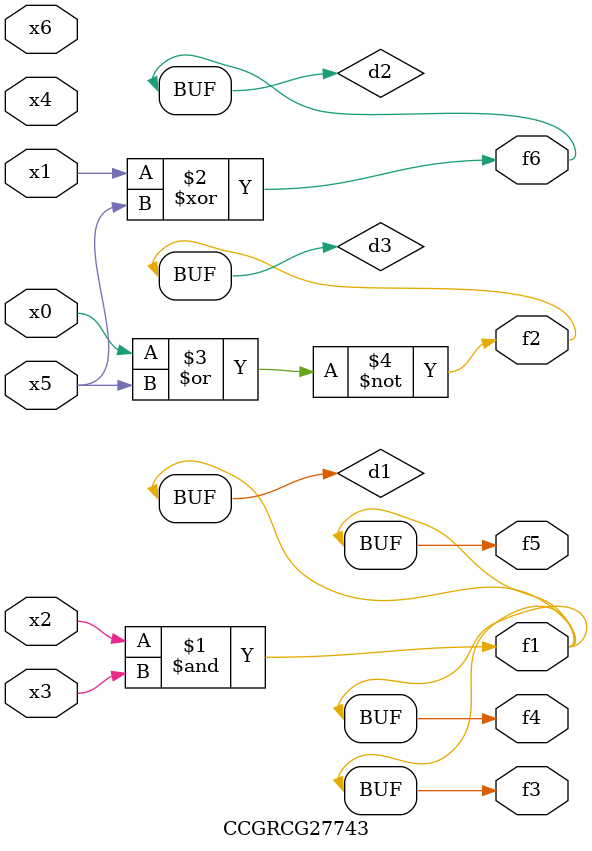
<source format=v>
module CCGRCG27743(
	input x0, x1, x2, x3, x4, x5, x6,
	output f1, f2, f3, f4, f5, f6
);

	wire d1, d2, d3;

	and (d1, x2, x3);
	xor (d2, x1, x5);
	nor (d3, x0, x5);
	assign f1 = d1;
	assign f2 = d3;
	assign f3 = d1;
	assign f4 = d1;
	assign f5 = d1;
	assign f6 = d2;
endmodule

</source>
